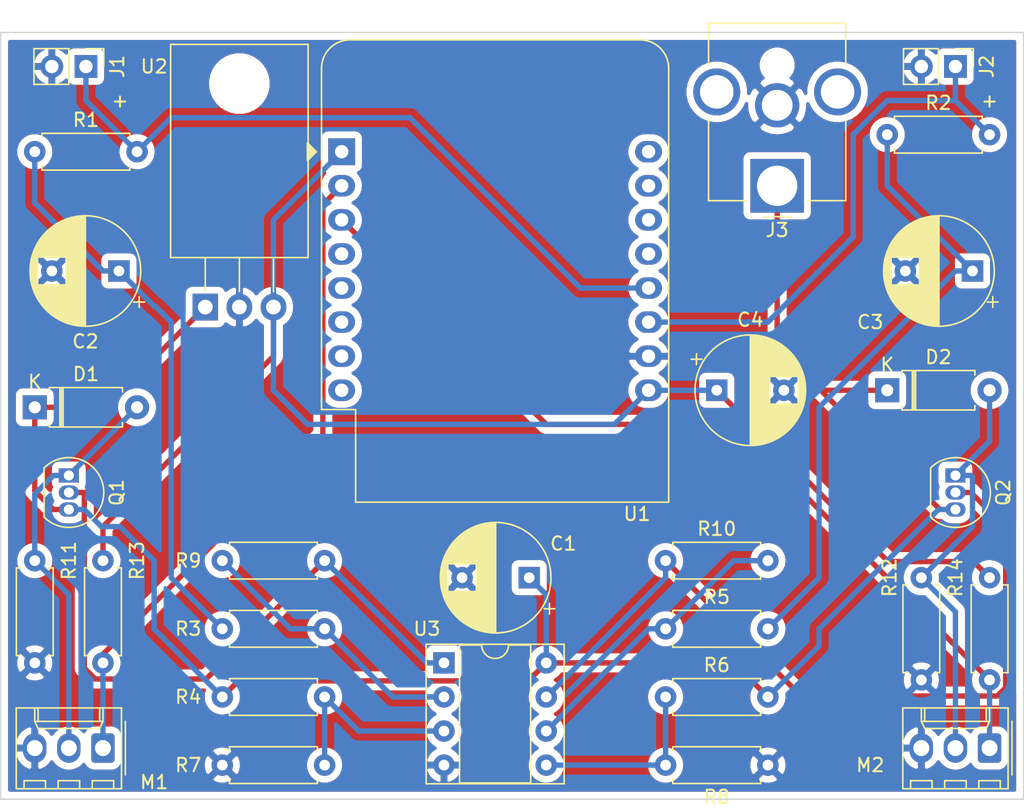
<source format=kicad_pcb>
(kicad_pcb (version 20171130) (host pcbnew 5.1.9-73d0e3b20d~88~ubuntu20.04.1)
  (layers (0 F.Cu signal) (31 B.Cu signal) (34 B.Paste user) (35 F.Paste user) (36 B.SilkS user) (37 F.SilkS user) (38 B.Mask user) (39 F.Mask user) (44 Edge.Cuts user))
  (net 0 "")
  (net 1 GND)
  (net 2 14VDC)
  (net 3 "Net-(Q1-Pad2)")
  (net 4 "Net-(R3-Pad1)")
  (net 5 "Net-(C2-Pad1)")
  (net 6 "Net-(Q2-Pad2)")
  (net 7 "Net-(D1-Pad2)")
  (net 8 "Net-(D2-Pad2)")
  (net 9 PWM1)
  (net 10 PWM2)
  (net 11 TACH1)
  (net 12 TACH2)
  (net 13 5VDC)
  (net 14 "Net-(C3-Pad1)")
  (net 15 "Net-(R4-Pad1)")
  (net 16 "Net-(R10-Pad2)")
  (net 17 "Net-(R6-Pad1)")
  (net 18 "Net-(U1-Pad16)")
  (net 19 "Net-(U1-Pad15)")
  (net 20 "Net-(U1-Pad14)")
  (net 21 "Net-(U1-Pad13)")
  (net 22 "Net-(U1-Pad8)")
  (net 23 "Net-(U1-Pad7)")
  (net 24 "Net-(U1-Pad6)")
  (net 25 "Net-(U1-Pad5)")
  (net 26 "Net-(U1-Pad4)")
  (module Package_DIP:DIP-8_W7.62mm_Socket (layer F.Cu) (at 133.35 107.95)
    (fp_text reference U3 (at -1.27 -2.54) (layer F.SilkS))
    (fp_text value LM358)
    (pad 8 thru_hole oval (at 7.62 0) (size 1.6 1.6) (drill 0.8) (layers *.Cu *.Mask) (net 2 14VDC))
    (pad 4 thru_hole oval (at 0 7.62) (size 1.6 1.6) (drill 0.8) (layers *.Cu *.Mask) (net 1 GND))
    (pad 7 thru_hole oval (at 7.62 2.54) (size 1.6 1.6) (drill 0.8) (layers *.Cu *.Mask) (net 6 "Net-(Q2-Pad2)"))
    (pad 3 thru_hole oval (at 0 5.08) (size 1.6 1.6) (drill 0.8) (layers *.Cu *.Mask) (net 15 "Net-(R4-Pad1)"))
    (pad 6 thru_hole oval (at 7.62 5.08) (size 1.6 1.6) (drill 0.8) (layers *.Cu *.Mask) (net 16 "Net-(R10-Pad2)"))
    (pad 2 thru_hole oval (at 0 2.54) (size 1.6 1.6) (drill 0.8) (layers *.Cu *.Mask) (net 4 "Net-(R3-Pad1)"))
    (pad 5 thru_hole oval (at 7.62 7.62) (size 1.6 1.6) (drill 0.8) (layers *.Cu *.Mask) (net 17 "Net-(R6-Pad1)"))
    (pad 1 thru_hole rect (at 0 0) (size 1.6 1.6) (drill 0.8) (layers *.Cu *.Mask) (net 3 "Net-(Q1-Pad2)"))
  )
  (module Package_TO_SOT_THT:TO-220-3_Horizontal_TabDown (layer F.Cu) (at 115.57 81.43)
    (fp_text reference U2 (at -3.81 -17.93) (layer F.SilkS))
    (fp_text value L7805)
    (pad 3 thru_hole oval (at 5.08 0) (size 1.905 2) (drill 1.1) (layers *.Cu *.Mask) (net 13 5VDC))
    (pad 2 thru_hole oval (at 2.54 0) (size 1.905 2) (drill 1.1) (layers *.Cu *.Mask) (net 1 GND))
    (pad 1 thru_hole rect (at 0 0) (size 1.905 2) (drill 1.1) (layers *.Cu *.Mask) (net 2 14VDC))
    (pad "" np_thru_hole oval (at 2.54 -16.66) (size 3.5 3.5) (drill 3.5) (layers *.Cu *.Mask))
  )
  (module Module:WEMOS_D1_mini_light (layer F.Cu) (at 125.73 69.85)
    (fp_text reference U1 (at 22 27) (layer F.SilkS))
    (fp_text value WeMos_D1_mini)
    (pad 16 thru_hole oval (at 22.86 0) (size 2 1.6) (drill 1) (layers *.Cu *.Mask) (net 18 "Net-(U1-Pad16)"))
    (pad 15 thru_hole oval (at 22.86 2.54) (size 2 1.6) (drill 1) (layers *.Cu *.Mask) (net 19 "Net-(U1-Pad15)"))
    (pad 14 thru_hole oval (at 22.86 5.08) (size 2 1.6) (drill 1) (layers *.Cu *.Mask) (net 20 "Net-(U1-Pad14)"))
    (pad 13 thru_hole oval (at 22.86 7.62) (size 2 1.6) (drill 1) (layers *.Cu *.Mask) (net 21 "Net-(U1-Pad13)"))
    (pad 12 thru_hole oval (at 22.86 10.16) (size 2 1.6) (drill 1) (layers *.Cu *.Mask) (net 9 PWM1))
    (pad 11 thru_hole oval (at 22.86 12.7) (size 2 1.6) (drill 1) (layers *.Cu *.Mask) (net 10 PWM2))
    (pad 10 thru_hole oval (at 22.86 15.24) (size 2 1.6) (drill 1) (layers *.Cu *.Mask) (net 1 GND))
    (pad 9 thru_hole oval (at 22.86 17.78) (size 2 1.6) (drill 1) (layers *.Cu *.Mask) (net 13 5VDC))
    (pad 8 thru_hole oval (at 0 17.78) (size 2 1.6) (drill 1) (layers *.Cu *.Mask) (net 22 "Net-(U1-Pad8)"))
    (pad 7 thru_hole oval (at 0 15.24) (size 2 1.6) (drill 1) (layers *.Cu *.Mask) (net 23 "Net-(U1-Pad7)"))
    (pad 6 thru_hole oval (at 0 12.7) (size 2 1.6) (drill 1) (layers *.Cu *.Mask) (net 24 "Net-(U1-Pad6)"))
    (pad 5 thru_hole oval (at 0 10.16) (size 2 1.6) (drill 1) (layers *.Cu *.Mask) (net 25 "Net-(U1-Pad5)"))
    (pad 4 thru_hole oval (at 0 7.62) (size 2 1.6) (drill 1) (layers *.Cu *.Mask) (net 26 "Net-(U1-Pad4)"))
    (pad 3 thru_hole oval (at 0 5.08) (size 2 1.6) (drill 1) (layers *.Cu *.Mask) (net 12 TACH2))
    (pad 1 thru_hole rect (at 0 0) (size 2 2) (drill 1) (layers *.Cu *.Mask) (net 13 5VDC))
    (pad 2 thru_hole oval (at 0 2.54) (size 2 1.6) (drill 1) (layers *.Cu *.Mask) (net 11 TACH1))
  )
  (module Resistor_THT:R_Axial_DIN0207_L6.3mm_D2.5mm_P7.62mm_Horizontal (layer F.Cu) (at 149.86 100.33)
    (fp_text reference R10 (at 3.81 -2.37) (layer F.SilkS))
    (fp_text value 20k)
    (pad 2 thru_hole oval (at 7.62 0) (size 1.6 1.6) (drill 0.8) (layers *.Cu *.Mask) (net 16 "Net-(R10-Pad2)"))
    (pad 1 thru_hole circle (at 0 0) (size 1.6 1.6) (drill 0.8) (layers *.Cu *.Mask) (net 6 "Net-(Q2-Pad2)"))
  )
  (module Resistor_THT:R_Axial_DIN0207_L6.3mm_D2.5mm_P7.62mm_Horizontal (layer F.Cu) (at 124.46 100.33 180)
    (fp_text reference R9 (at 10.16 0) (layer F.SilkS))
    (fp_text value 20k)
    (pad 2 thru_hole oval (at 7.62 0 180) (size 1.6 1.6) (drill 0.8) (layers *.Cu *.Mask) (net 4 "Net-(R3-Pad1)"))
    (pad 1 thru_hole circle (at 0 0 180) (size 1.6 1.6) (drill 0.8) (layers *.Cu *.Mask) (net 3 "Net-(Q1-Pad2)"))
  )
  (module Connector_BarrelJack:BarrelJack_CUI_PJ-063AH_Horizontal_CircularHoles (layer F.Cu) (at 158.17 72.39 180)
    (fp_text reference J3 (at 0 -3.3) (layer F.SilkS))
    (fp_text value Barrel_Jack)
    (pad "" np_thru_hole circle (at 0 9 180) (size 1.6 1.6) (drill 1.6) (layers *.Cu *.Mask))
    (pad MP thru_hole circle (at 4.5 7 180) (size 3.5 3.5) (drill 2.5) (layers *.Cu *.Mask))
    (pad MP thru_hole circle (at -4.5 7 180) (size 3.5 3.5) (drill 2.5) (layers *.Cu *.Mask))
    (pad 2 thru_hole circle (at 0 6 180) (size 3.3 3.3) (drill 2.3) (layers *.Cu *.Mask) (net 1 GND))
    (pad 1 thru_hole rect (at 0 0 180) (size 4 4) (drill 3) (layers *.Cu *.Mask) (net 2 14VDC))
  )
  (module Connector_PinHeader_2.54mm:PinHeader_1x02_P2.54mm_Vertical (layer F.Cu) (at 171.45 63.5 270)
    (fp_text reference J2 (at 0 -2.33 90) (layer F.SilkS))
    (fp_text value IN2)
    (pad 2 thru_hole oval (at 0 2.54 270) (size 1.7 1.7) (drill 1) (layers *.Cu *.Mask) (net 1 GND))
    (pad 1 thru_hole rect (at 0 0 270) (size 1.7 1.7) (drill 1) (layers *.Cu *.Mask) (net 10 PWM2))
  )
  (module Connector_Molex:Molex_KK-254_AE-6410-03A_1x03_P2.54mm_Vertical (layer F.Cu) (at 173.99 114.3 180)
    (fp_text reference M2 (at 8.89 -1.27) (layer F.SilkS))
    (fp_text value Fan_3pin)
    (pad 3 thru_hole oval (at 5.08 0 180) (size 1.74 2.19) (drill 1.19) (layers *.Cu *.Mask) (net 1 GND))
    (pad 2 thru_hole oval (at 2.54 0 180) (size 1.74 2.19) (drill 1.19) (layers *.Cu *.Mask) (net 8 "Net-(D2-Pad2)"))
    (pad 1 thru_hole roundrect (at 0 0 180) (size 1.74 2.19) (drill 1.19) (layers *.Cu *.Mask) (roundrect_rratio 0.143678) (net 12 TACH2))
  )
  (module Connector_Molex:Molex_KK-254_AE-6410-03A_1x03_P2.54mm_Vertical (layer F.Cu) (at 107.95 114.3 180)
    (fp_text reference M1 (at -3.81 -2.54) (layer F.SilkS))
    (fp_text value Fan_3pin)
    (pad 3 thru_hole oval (at 5.08 0 180) (size 1.74 2.19) (drill 1.19) (layers *.Cu *.Mask) (net 1 GND))
    (pad 2 thru_hole oval (at 2.54 0 180) (size 1.74 2.19) (drill 1.19) (layers *.Cu *.Mask) (net 7 "Net-(D1-Pad2)"))
    (pad 1 thru_hole roundrect (at 0 0 180) (size 1.74 2.19) (drill 1.19) (layers *.Cu *.Mask) (roundrect_rratio 0.143678) (net 11 TACH1))
  )
  (module Capacitor_THT:CP_Radial_D8.0mm_P5.00mm (layer F.Cu) (at 153.67 87.63)
    (fp_text reference C4 (at 2.5 -5.25) (layer F.SilkS))
    (fp_text value 47uF)
    (pad 2 thru_hole circle (at 5 0) (size 1.6 1.6) (drill 0.8) (layers *.Cu *.Mask) (net 1 GND))
    (pad 1 thru_hole rect (at 0 0) (size 1.6 1.6) (drill 0.8) (layers *.Cu *.Mask) (net 13 5VDC))
  )
  (module Capacitor_THT:CP_Radial_D8.0mm_P5.00mm (layer F.Cu) (at 172.72 78.74 180)
    (fp_text reference C3 (at 7.62 -3.81) (layer F.SilkS))
    (fp_text value 22pF)
    (pad 2 thru_hole circle (at 5 0 180) (size 1.6 1.6) (drill 0.8) (layers *.Cu *.Mask) (net 1 GND))
    (pad 1 thru_hole rect (at 0 0 180) (size 1.6 1.6) (drill 0.8) (layers *.Cu *.Mask) (net 14 "Net-(C3-Pad1)"))
  )
  (module Resistor_THT:R_Axial_DIN0207_L6.3mm_D2.5mm_P7.62mm_Horizontal (layer F.Cu) (at 157.48 115.57 180)
    (fp_text reference R8 (at 3.81 -2.37) (layer F.SilkS))
    (fp_text value 2.2k)
    (pad 2 thru_hole oval (at 7.62 0 180) (size 1.6 1.6) (drill 0.8) (layers *.Cu *.Mask) (net 17 "Net-(R6-Pad1)"))
    (pad 1 thru_hole circle (at 0 0 180) (size 1.6 1.6) (drill 0.8) (layers *.Cu *.Mask) (net 1 GND))
  )
  (module Resistor_THT:R_Axial_DIN0207_L6.3mm_D2.5mm_P7.62mm_Horizontal (layer F.Cu) (at 116.84 115.57)
    (fp_text reference R7 (at -2.54 0) (layer F.SilkS))
    (fp_text value 2.2k)
    (pad 2 thru_hole oval (at 7.62 0) (size 1.6 1.6) (drill 0.8) (layers *.Cu *.Mask) (net 15 "Net-(R4-Pad1)"))
    (pad 1 thru_hole circle (at 0 0) (size 1.6 1.6) (drill 0.8) (layers *.Cu *.Mask) (net 1 GND))
  )
  (module Diode_THT:D_A-405_P7.62mm_Horizontal (layer F.Cu) (at 166.37 87.63)
    (fp_text reference D2 (at 3.81 -2.47) (layer F.SilkS))
    (fp_text value D)
    (fp_text user K (at 0 -1.9) (layer F.SilkS))
    (pad 2 thru_hole oval (at 7.62 0) (size 1.8 1.8) (drill 0.9) (layers *.Cu *.Mask) (net 8 "Net-(D2-Pad2)"))
    (pad 1 thru_hole rect (at 0 0) (size 1.8 1.8) (drill 0.9) (layers *.Cu *.Mask) (net 2 14VDC))
  )
  (module Diode_THT:D_A-405_P7.62mm_Horizontal (layer F.Cu) (at 102.87 88.9)
    (fp_text reference D1 (at 3.81 -2.47) (layer F.SilkS))
    (fp_text value D)
    (fp_text user K (at 0 -1.9) (layer F.SilkS))
    (pad 2 thru_hole oval (at 7.62 0) (size 1.8 1.8) (drill 0.9) (layers *.Cu *.Mask) (net 7 "Net-(D1-Pad2)"))
    (pad 1 thru_hole rect (at 0 0) (size 1.8 1.8) (drill 0.9) (layers *.Cu *.Mask) (net 2 14VDC))
  )
  (module Resistor_THT:R_Axial_DIN0207_L6.3mm_D2.5mm_P7.62mm_Horizontal (layer F.Cu) (at 173.99 101.6 270)
    (fp_text reference R14 (at 0 2.54 90) (layer F.SilkS))
    (fp_text value 10k)
    (pad 2 thru_hole oval (at 7.62 0 270) (size 1.6 1.6) (drill 0.8) (layers *.Cu *.Mask) (net 12 TACH2))
    (pad 1 thru_hole circle (at 0 0 270) (size 1.6 1.6) (drill 0.8) (layers *.Cu *.Mask) (net 13 5VDC))
  )
  (module Resistor_THT:R_Axial_DIN0207_L6.3mm_D2.5mm_P7.62mm_Horizontal (layer F.Cu) (at 107.95 100.33 270)
    (fp_text reference R13 (at 0 -2.54 90) (layer F.SilkS))
    (fp_text value 10k)
    (pad 2 thru_hole oval (at 7.62 0 270) (size 1.6 1.6) (drill 0.8) (layers *.Cu *.Mask) (net 11 TACH1))
    (pad 1 thru_hole circle (at 0 0 270) (size 1.6 1.6) (drill 0.8) (layers *.Cu *.Mask) (net 13 5VDC))
  )
  (module Resistor_THT:R_Axial_DIN0207_L6.3mm_D2.5mm_P7.62mm_Horizontal (layer F.Cu) (at 168.91 109.22 90)
    (fp_text reference R12 (at 7.62 -2.37 90) (layer F.SilkS))
    (fp_text value 46k)
    (pad 2 thru_hole oval (at 7.62 0 90) (size 1.6 1.6) (drill 0.8) (layers *.Cu *.Mask) (net 8 "Net-(D2-Pad2)"))
    (pad 1 thru_hole circle (at 0 0 90) (size 1.6 1.6) (drill 0.8) (layers *.Cu *.Mask) (net 1 GND))
  )
  (module Resistor_THT:R_Axial_DIN0207_L6.3mm_D2.5mm_P7.62mm_Horizontal (layer F.Cu) (at 102.87 107.95 90)
    (fp_text reference R11 (at 7.62 2.54 90) (layer F.SilkS))
    (fp_text value 46k)
    (pad 2 thru_hole oval (at 7.62 0 90) (size 1.6 1.6) (drill 0.8) (layers *.Cu *.Mask) (net 7 "Net-(D1-Pad2)"))
    (pad 1 thru_hole circle (at 0 0 90) (size 1.6 1.6) (drill 0.8) (layers *.Cu *.Mask) (net 1 GND))
  )
  (module Capacitor_THT:CP_Radial_D8.0mm_P5.00mm (layer F.Cu) (at 109.14 78.74 180)
    (fp_text reference C2 (at 2.5 -5.25) (layer F.SilkS))
    (fp_text value 22pF)
    (pad 2 thru_hole circle (at 5 0 180) (size 1.6 1.6) (drill 0.8) (layers *.Cu *.Mask) (net 1 GND))
    (pad 1 thru_hole rect (at 0 0 180) (size 1.6 1.6) (drill 0.8) (layers *.Cu *.Mask) (net 5 "Net-(C2-Pad1)"))
  )
  (module Resistor_THT:R_Axial_DIN0207_L6.3mm_D2.5mm_P7.62mm_Horizontal (layer F.Cu) (at 149.86 110.49)
    (fp_text reference R6 (at 3.81 -2.37) (layer F.SilkS))
    (fp_text value 6.8k)
    (pad 2 thru_hole oval (at 7.62 0) (size 1.6 1.6) (drill 0.8) (layers *.Cu *.Mask) (net 2 14VDC))
    (pad 1 thru_hole circle (at 0 0) (size 1.6 1.6) (drill 0.8) (layers *.Cu *.Mask) (net 17 "Net-(R6-Pad1)"))
  )
  (module Resistor_THT:R_Axial_DIN0207_L6.3mm_D2.5mm_P7.62mm_Horizontal (layer F.Cu) (at 149.86 105.41)
    (fp_text reference R5 (at 3.81 -2.37) (layer F.SilkS))
    (fp_text value 6.8k)
    (pad 2 thru_hole oval (at 7.62 0) (size 1.6 1.6) (drill 0.8) (layers *.Cu *.Mask) (net 14 "Net-(C3-Pad1)"))
    (pad 1 thru_hole circle (at 0 0) (size 1.6 1.6) (drill 0.8) (layers *.Cu *.Mask) (net 16 "Net-(R10-Pad2)"))
  )
  (module Resistor_THT:R_Axial_DIN0207_L6.3mm_D2.5mm_P7.62mm_Horizontal (layer F.Cu) (at 124.46 110.49 180)
    (fp_text reference R4 (at 10.16 0) (layer F.SilkS))
    (fp_text value 6.8k)
    (pad 2 thru_hole oval (at 7.62 0 180) (size 1.6 1.6) (drill 0.8) (layers *.Cu *.Mask) (net 2 14VDC))
    (pad 1 thru_hole circle (at 0 0 180) (size 1.6 1.6) (drill 0.8) (layers *.Cu *.Mask) (net 15 "Net-(R4-Pad1)"))
  )
  (module Resistor_THT:R_Axial_DIN0207_L6.3mm_D2.5mm_P7.62mm_Horizontal (layer F.Cu) (at 124.46 105.41 180)
    (fp_text reference R3 (at 10.16 0) (layer F.SilkS))
    (fp_text value 6.8k)
    (pad 2 thru_hole oval (at 7.62 0 180) (size 1.6 1.6) (drill 0.8) (layers *.Cu *.Mask) (net 5 "Net-(C2-Pad1)"))
    (pad 1 thru_hole circle (at 0 0 180) (size 1.6 1.6) (drill 0.8) (layers *.Cu *.Mask) (net 4 "Net-(R3-Pad1)"))
  )
  (module Resistor_THT:R_Axial_DIN0207_L6.3mm_D2.5mm_P7.62mm_Horizontal (layer F.Cu) (at 166.37 68.58)
    (fp_text reference R2 (at 3.81 -2.37) (layer F.SilkS))
    (fp_text value 680)
    (pad 2 thru_hole oval (at 7.62 0) (size 1.6 1.6) (drill 0.8) (layers *.Cu *.Mask) (net 10 PWM2))
    (pad 1 thru_hole circle (at 0 0) (size 1.6 1.6) (drill 0.8) (layers *.Cu *.Mask) (net 14 "Net-(C3-Pad1)"))
  )
  (module Resistor_THT:R_Axial_DIN0207_L6.3mm_D2.5mm_P7.62mm_Horizontal (layer F.Cu) (at 102.87 69.85)
    (fp_text reference R1 (at 3.81 -2.37) (layer F.SilkS))
    (fp_text value 680)
    (pad 2 thru_hole oval (at 7.62 0) (size 1.6 1.6) (drill 0.8) (layers *.Cu *.Mask) (net 9 PWM1))
    (pad 1 thru_hole circle (at 0 0) (size 1.6 1.6) (drill 0.8) (layers *.Cu *.Mask) (net 5 "Net-(C2-Pad1)"))
  )
  (module Package_TO_SOT_THT:TO-92_Inline (layer F.Cu) (at 171.45 93.98 270)
    (fp_text reference Q2 (at 1.27 -3.56 90) (layer F.SilkS))
    (fp_text value PN2222A)
    (pad 1 thru_hole rect (at 0 0 270) (size 1.05 1.5) (drill 0.75) (layers *.Cu *.Mask) (net 8 "Net-(D2-Pad2)"))
    (pad 3 thru_hole oval (at 2.54 0 270) (size 1.05 1.5) (drill 0.75) (layers *.Cu *.Mask) (net 2 14VDC))
    (pad 2 thru_hole oval (at 1.27 0 270) (size 1.05 1.5) (drill 0.75) (layers *.Cu *.Mask) (net 6 "Net-(Q2-Pad2)"))
  )
  (module Package_TO_SOT_THT:TO-92_Inline (layer F.Cu) (at 105.41 93.98 270)
    (fp_text reference Q1 (at 1.27 -3.56 90) (layer F.SilkS))
    (fp_text value PN2222A)
    (pad 1 thru_hole rect (at 0 0 270) (size 1.05 1.5) (drill 0.75) (layers *.Cu *.Mask) (net 7 "Net-(D1-Pad2)"))
    (pad 3 thru_hole oval (at 2.54 0 270) (size 1.05 1.5) (drill 0.75) (layers *.Cu *.Mask) (net 2 14VDC))
    (pad 2 thru_hole oval (at 1.27 0 270) (size 1.05 1.5) (drill 0.75) (layers *.Cu *.Mask) (net 3 "Net-(Q1-Pad2)"))
  )
  (module Connector_PinHeader_2.54mm:PinHeader_1x02_P2.54mm_Vertical (layer F.Cu) (at 106.68 63.5 270)
    (fp_text reference J1 (at 0 -2.33 90) (layer F.SilkS))
    (fp_text value IN1)
    (pad 2 thru_hole oval (at 0 2.54 270) (size 1.7 1.7) (drill 1) (layers *.Cu *.Mask) (net 1 GND))
    (pad 1 thru_hole rect (at 0 0 270) (size 1.7 1.7) (drill 1) (layers *.Cu *.Mask) (net 9 PWM1))
  )
  (module Capacitor_THT:CP_Radial_D8.0mm_P5.00mm (layer F.Cu) (at 139.7 101.6 180)
    (fp_text reference C1 (at -2.54 2.54) (layer F.SilkS))
    (fp_text value 47uF)
    (pad 2 thru_hole circle (at 5 0 180) (size 1.6 1.6) (drill 0.8) (layers *.Cu *.Mask) (net 1 GND))
    (pad 1 thru_hole rect (at 0 0 180) (size 1.6 1.6) (drill 0.8) (layers *.Cu *.Mask) (net 2 14VDC))
  )
  (gr_text + (at 173.99 66.04) (layer F.SilkS) (effects (font (size 1 1))))
  (gr_text + (at 109.22 66.04) (layer F.SilkS) (effects (font (size 1 1))))
  (gr_line (start 176.53 60.96) (end 176.53 118.11) (layer Edge.Cuts) (width 0.1))
  (gr_line (start 100.33 60.96) (end 176.53 60.96) (layer Edge.Cuts) (width 0.1))
  (gr_line (start 100.33 118.11) (end 100.33 60.96) (layer Edge.Cuts) (width 0.1))
  (gr_line (start 176.53 118.11) (end 100.33 118.11) (layer Edge.Cuts) (width 0.1))
  (segment (start 171.45 96.52) (end 170.18 96.52) (width 0.4) (layer B.Cu) (net 2))
  (segment (start 170.18 96.52) (end 161.29 105.41) (width 0.4) (layer B.Cu) (net 2))
  (segment (start 161.29 106.68) (end 157.48 110.49) (width 0.4) (layer B.Cu) (net 2))
  (segment (start 161.29 105.41) (end 161.29 106.68) (width 0.4) (layer B.Cu) (net 2))
  (segment (start 106.56 96.52) (end 107.83 97.79) (width 0.4) (layer B.Cu) (net 2))
  (segment (start 105.41 96.52) (end 106.56 96.52) (width 0.4) (layer B.Cu) (net 2))
  (segment (start 107.83 97.79) (end 109.22 97.79) (width 0.4) (layer B.Cu) (net 2))
  (segment (start 109.22 97.79) (end 111.76 100.33) (width 0.4) (layer B.Cu) (net 2))
  (segment (start 111.76 105.41) (end 116.84 110.49) (width 0.4) (layer B.Cu) (net 2))
  (segment (start 111.76 100.33) (end 111.76 105.41) (width 0.4) (layer B.Cu) (net 2))
  (segment (start 102.87 95.13) (end 102.87 88.9) (width 0.4) (layer F.Cu) (net 2))
  (segment (start 104.26 96.52) (end 102.87 95.13) (width 0.4) (layer F.Cu) (net 2))
  (segment (start 105.41 96.52) (end 104.26 96.52) (width 0.4) (layer F.Cu) (net 2))
  (segment (start 108.1 88.9) (end 115.57 81.43) (width 0.4) (layer F.Cu) (net 2))
  (segment (start 102.87 88.9) (end 108.1 88.9) (width 0.4) (layer F.Cu) (net 2))
  (segment (start 140.97 102.87) (end 139.7 101.6) (width 0.4) (layer B.Cu) (net 2))
  (segment (start 140.97 107.95) (end 140.97 102.87) (width 0.4) (layer B.Cu) (net 2))
  (segment (start 139.630001 109.289999) (end 140.97 107.95) (width 0.4) (layer F.Cu) (net 2))
  (segment (start 118.040001 109.289999) (end 139.630001 109.289999) (width 0.4) (layer F.Cu) (net 2))
  (segment (start 116.84 110.49) (end 118.040001 109.289999) (width 0.4) (layer F.Cu) (net 2))
  (segment (start 154.94 107.95) (end 157.48 110.49) (width 0.4) (layer F.Cu) (net 2))
  (segment (start 140.97 107.95) (end 154.94 107.95) (width 0.4) (layer F.Cu) (net 2))
  (segment (start 158.17 84.39) (end 158.17 72.39) (width 0.4) (layer F.Cu) (net 2))
  (segment (start 170.3 96.52) (end 158.17 84.39) (width 0.4) (layer F.Cu) (net 2))
  (segment (start 171.45 96.52) (end 170.3 96.52) (width 0.4) (layer F.Cu) (net 2))
  (segment (start 161.41 87.63) (end 158.17 84.39) (width 0.4) (layer F.Cu) (net 2))
  (segment (start 166.37 87.63) (end 161.41 87.63) (width 0.4) (layer F.Cu) (net 2))
  (segment (start 132.08 107.95) (end 124.46 100.33) (width 0.4) (layer B.Cu) (net 3))
  (segment (start 133.35 107.95) (end 132.08 107.95) (width 0.4) (layer B.Cu) (net 3))
  (segment (start 106.56 95.25) (end 105.41 95.25) (width 0.4) (layer F.Cu) (net 3))
  (segment (start 106.56001 95.25001) (end 106.56 95.25) (width 0.4) (layer F.Cu) (net 3))
  (segment (start 106.56001 108.336012) (end 106.56001 95.25001) (width 0.4) (layer F.Cu) (net 3))
  (segment (start 107.373999 109.150001) (end 106.56001 108.336012) (width 0.4) (layer F.Cu) (net 3))
  (segment (start 115.639999 109.150001) (end 107.373999 109.150001) (width 0.4) (layer F.Cu) (net 3))
  (segment (start 124.46 100.33) (end 115.639999 109.150001) (width 0.4) (layer F.Cu) (net 3))
  (segment (start 129.54 110.49) (end 124.46 105.41) (width 0.4) (layer B.Cu) (net 4))
  (segment (start 133.35 110.49) (end 129.54 110.49) (width 0.4) (layer B.Cu) (net 4))
  (segment (start 121.92 105.41) (end 116.84 100.33) (width 0.4) (layer B.Cu) (net 4))
  (segment (start 124.46 105.41) (end 121.92 105.41) (width 0.4) (layer B.Cu) (net 4))
  (segment (start 102.87 69.85) (end 102.87 73.66) (width 0.4) (layer B.Cu) (net 5))
  (segment (start 107.95 78.74) (end 109.14 78.74) (width 0.4) (layer B.Cu) (net 5))
  (segment (start 102.87 73.66) (end 107.95 78.74) (width 0.4) (layer B.Cu) (net 5))
  (segment (start 111.790001 81.390001) (end 111.870001 81.390001) (width 0.4) (layer B.Cu) (net 5))
  (segment (start 109.14 78.74) (end 111.790001 81.390001) (width 0.4) (layer B.Cu) (net 5))
  (segment (start 111.870001 81.390001) (end 113.03 82.55) (width 0.4) (layer B.Cu) (net 5))
  (segment (start 113.03 101.6) (end 116.84 105.41) (width 0.4) (layer B.Cu) (net 5))
  (segment (start 113.03 82.55) (end 113.03 101.6) (width 0.4) (layer B.Cu) (net 5))
  (segment (start 149.86 101.6) (end 149.86 100.33) (width 0.4) (layer B.Cu) (net 6))
  (segment (start 140.97 110.49) (end 149.86 101.6) (width 0.4) (layer B.Cu) (net 6))
  (segment (start 159.950001 110.420001) (end 149.86 100.33) (width 0.4) (layer F.Cu) (net 6))
  (segment (start 175.190001 109.796001) (end 174.566001 110.420001) (width 0.4) (layer F.Cu) (net 6))
  (segment (start 175.190001 97.840001) (end 175.190001 109.796001) (width 0.4) (layer F.Cu) (net 6))
  (segment (start 174.566001 110.420001) (end 159.950001 110.420001) (width 0.4) (layer F.Cu) (net 6))
  (segment (start 172.6 95.25) (end 175.190001 97.840001) (width 0.4) (layer F.Cu) (net 6))
  (segment (start 171.45 95.25) (end 172.6 95.25) (width 0.4) (layer F.Cu) (net 6))
  (segment (start 105.41 102.87) (end 102.87 100.33) (width 0.4) (layer B.Cu) (net 7))
  (segment (start 105.41 114.3) (end 105.41 102.87) (width 0.4) (layer B.Cu) (net 7))
  (segment (start 104.26 93.98) (end 105.41 93.98) (width 0.4) (layer B.Cu) (net 7))
  (segment (start 102.87 95.37) (end 104.26 93.98) (width 0.4) (layer B.Cu) (net 7))
  (segment (start 102.87 100.33) (end 102.87 95.37) (width 0.4) (layer B.Cu) (net 7))
  (segment (start 105.41 93.98) (end 110.49 88.9) (width 0.4) (layer B.Cu) (net 7))
  (segment (start 171.45 114.3) (end 171.45 104.14) (width 0.4) (layer B.Cu) (net 8))
  (segment (start 171.45 104.14) (end 168.91 101.6) (width 0.4) (layer B.Cu) (net 8))
  (segment (start 168.91 101.6) (end 172.72 97.79) (width 0.4) (layer B.Cu) (net 8))
  (segment (start 172.6 93.98) (end 171.45 93.98) (width 0.4) (layer B.Cu) (net 8))
  (segment (start 172.72 94.1) (end 172.6 93.98) (width 0.4) (layer B.Cu) (net 8))
  (segment (start 172.72 97.79) (end 172.72 94.1) (width 0.4) (layer B.Cu) (net 8))
  (segment (start 173.99 91.44) (end 171.45 93.98) (width 0.4) (layer B.Cu) (net 8))
  (segment (start 173.99 87.63) (end 173.99 91.44) (width 0.4) (layer B.Cu) (net 8))
  (segment (start 106.68 66.04) (end 110.49 69.85) (width 0.4) (layer B.Cu) (net 9))
  (segment (start 106.68 63.5) (end 106.68 66.04) (width 0.4) (layer B.Cu) (net 9))
  (segment (start 148.59 80.01) (end 143.51 80.01) (width 0.4) (layer B.Cu) (net 9))
  (segment (start 143.51 80.01) (end 130.81 67.31) (width 0.4) (layer B.Cu) (net 9))
  (segment (start 113.03 67.31) (end 110.49 69.85) (width 0.4) (layer B.Cu) (net 9))
  (segment (start 130.81 67.31) (end 113.03 67.31) (width 0.4) (layer B.Cu) (net 9))
  (segment (start 171.45 66.04) (end 173.99 68.58) (width 0.4) (layer B.Cu) (net 10))
  (segment (start 171.45 63.5) (end 171.45 66.04) (width 0.4) (layer B.Cu) (net 10))
  (segment (start 163.83 68.58) (end 166.37 66.04) (width 0.4) (layer B.Cu) (net 10))
  (segment (start 163.83 76.2) (end 163.83 68.58) (width 0.4) (layer B.Cu) (net 10))
  (segment (start 166.37 66.04) (end 171.45 66.04) (width 0.4) (layer B.Cu) (net 10))
  (segment (start 157.48 82.55) (end 163.83 76.2) (width 0.4) (layer B.Cu) (net 10))
  (segment (start 148.59 82.55) (end 157.48 82.55) (width 0.4) (layer B.Cu) (net 10))
  (segment (start 107.95 114.3) (end 107.95 107.95) (width 0.4) (layer B.Cu) (net 11))
  (segment (start 124.32999 73.79001) (end 125.73 72.39) (width 0.4) (layer F.Cu) (net 11))
  (segment (start 124.32999 90.92708) (end 124.32999 73.79001) (width 0.4) (layer F.Cu) (net 11))
  (segment (start 107.95 107.30707) (end 124.32999 90.92708) (width 0.4) (layer F.Cu) (net 11))
  (segment (start 107.95 107.95) (end 107.95 107.30707) (width 0.4) (layer F.Cu) (net 11))
  (segment (start 173.99 114.3) (end 173.99 109.22) (width 0.4) (layer B.Cu) (net 12))
  (segment (start 173.99 109.22) (end 154.94 90.17) (width 0.4) (layer F.Cu) (net 12))
  (segment (start 140.97 90.17) (end 125.73 74.93) (width 0.4) (layer F.Cu) (net 12))
  (segment (start 154.94 90.17) (end 140.97 90.17) (width 0.4) (layer F.Cu) (net 12))
  (segment (start 153.67 87.63) (end 148.59 87.63) (width 0.4) (layer B.Cu) (net 13))
  (segment (start 146.05 90.17) (end 148.59 87.63) (width 0.4) (layer B.Cu) (net 13))
  (segment (start 123.19 90.17) (end 146.05 90.17) (width 0.4) (layer B.Cu) (net 13))
  (segment (start 120.65 87.63) (end 123.19 90.17) (width 0.4) (layer B.Cu) (net 13))
  (segment (start 120.65 81.43) (end 120.65 87.63) (width 0.4) (layer B.Cu) (net 13))
  (segment (start 166.439999 100.399999) (end 153.67 87.63) (width 0.4) (layer F.Cu) (net 13))
  (segment (start 172.789999 100.399999) (end 166.439999 100.399999) (width 0.4) (layer F.Cu) (net 13))
  (segment (start 173.99 101.6) (end 172.789999 100.399999) (width 0.4) (layer F.Cu) (net 13))
  (segment (start 107.95 100.33) (end 107.95 97.79) (width 0.4) (layer F.Cu) (net 13))
  (segment (start 120.65 85.09) (end 120.65 81.43) (width 0.4) (layer F.Cu) (net 13))
  (segment (start 107.95 97.79) (end 120.65 85.09) (width 0.4) (layer F.Cu) (net 13))
  (segment (start 120.65 74.93) (end 125.73 69.85) (width 0.4) (layer B.Cu) (net 13))
  (segment (start 120.65 81.43) (end 120.65 74.93) (width 0.4) (layer B.Cu) (net 13))
  (segment (start 166.37 72.39) (end 172.72 78.74) (width 0.4) (layer B.Cu) (net 14))
  (segment (start 166.37 68.58) (end 166.37 72.39) (width 0.4) (layer B.Cu) (net 14))
  (segment (start 172.72 78.74) (end 171.45 78.74) (width 0.4) (layer B.Cu) (net 14))
  (segment (start 171.45 78.74) (end 161.29 88.9) (width 0.4) (layer B.Cu) (net 14))
  (segment (start 161.29 101.6) (end 157.48 105.41) (width 0.4) (layer B.Cu) (net 14))
  (segment (start 161.29 88.9) (end 161.29 101.6) (width 0.4) (layer B.Cu) (net 14))
  (segment (start 127 113.03) (end 124.46 110.49) (width 0.4) (layer B.Cu) (net 15))
  (segment (start 133.35 113.03) (end 127 113.03) (width 0.4) (layer B.Cu) (net 15))
  (segment (start 124.46 115.57) (end 124.46 110.49) (width 0.4) (layer B.Cu) (net 15))
  (segment (start 154.94 100.33) (end 149.86 105.41) (width 0.4) (layer B.Cu) (net 16))
  (segment (start 157.48 100.33) (end 154.94 100.33) (width 0.4) (layer B.Cu) (net 16))
  (segment (start 148.59 105.41) (end 140.97 113.03) (width 0.4) (layer B.Cu) (net 16))
  (segment (start 149.86 105.41) (end 148.59 105.41) (width 0.4) (layer B.Cu) (net 16))
  (segment (start 149.86 110.49) (end 149.86 115.57) (width 0.4) (layer B.Cu) (net 17))
  (segment (start 149.86 115.57) (end 140.97 115.57) (width 0.4) (layer B.Cu) (net 17))
  (zone (net 1) (net_name GND) (layer B.Cu) (connect_pads (clearance 0.508)) (min_thickness 0.254) (fill yes (arc_segments 32) (thermal_gap 0.508) (thermal_bridge_width 0.508))
    (polygon (pts (xy 176.53 118.11) (xy 100.33 118.11) (xy 100.33 60.96) (xy 176.53 60.96)))
  )
  (zone (net 1) (net_name GND) (layer F.Cu) (connect_pads (clearance 0.508)) (min_thickness 0.254) (fill yes (arc_segments 32) (thermal_gap 0.508) (thermal_bridge_width 0.508))
    (polygon (pts (xy 176.53 118.11) (xy 100.33 118.11) (xy 100.33 60.96) (xy 176.53 60.96)))
  )
)
</source>
